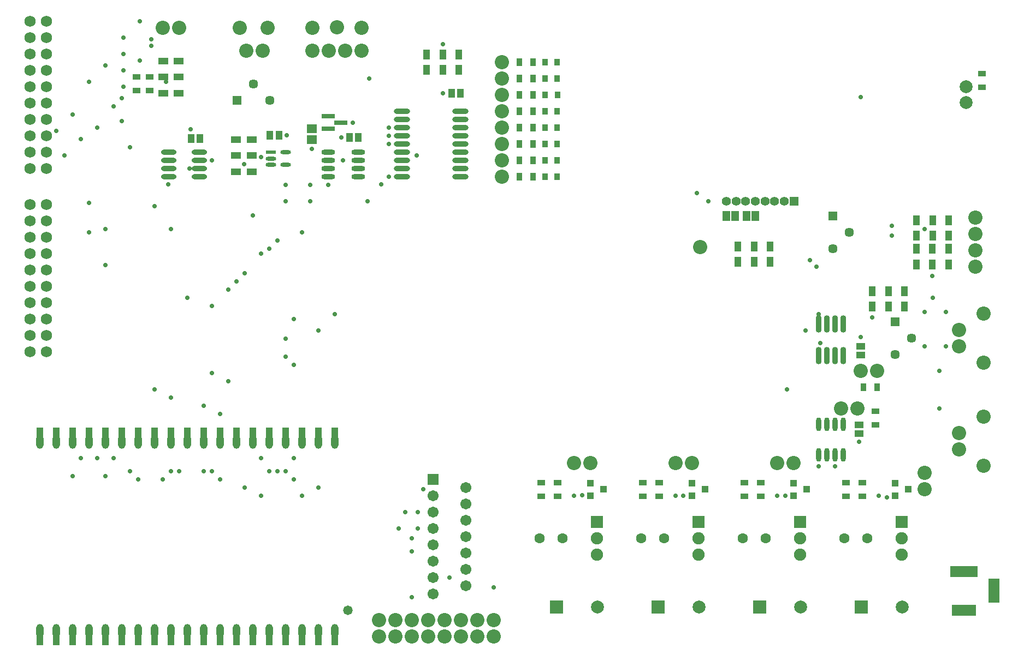
<source format=gts>
G04*
G04 #@! TF.GenerationSoftware,Altium Limited,Altium Designer,23.4.1 (23)*
G04*
G04 Layer_Color=8388736*
%FSLAX26Y26*%
%MOIN*%
G70*
G04*
G04 #@! TF.SameCoordinates,7CE1F54E-F9D9-4D57-B496-837467B0791C*
G04*
G04*
G04 #@! TF.FilePolarity,Negative*
G04*
G01*
G75*
%ADD19R,0.039370X0.062992*%
%ADD23R,0.047244X0.035433*%
%ADD24R,0.035433X0.047244*%
%ADD25R,0.053394X0.043490*%
%ADD27R,0.035433X0.043307*%
%ADD29R,0.062992X0.039370*%
%ADD30R,0.043490X0.053394*%
G04:AMPARAMS|DCode=32|XSize=64.499mil|YSize=24.329mil|CornerRadius=12.165mil|HoleSize=0mil|Usage=FLASHONLY|Rotation=0.000|XOffset=0mil|YOffset=0mil|HoleType=Round|Shape=RoundedRectangle|*
%AMROUNDEDRECTD32*
21,1,0.064499,0.000000,0,0,0.0*
21,1,0.040170,0.024329,0,0,0.0*
1,1,0.024329,0.020085,0.000000*
1,1,0.024329,-0.020085,0.000000*
1,1,0.024329,-0.020085,0.000000*
1,1,0.024329,0.020085,0.000000*
%
%ADD32ROUNDEDRECTD32*%
%ADD33R,0.064499X0.024329*%
%ADD37O,0.098551X0.031622*%
%ADD38O,0.035559X0.106425*%
%ADD39O,0.031622X0.082803*%
%ADD40R,0.043433X0.039496*%
%ADD41R,0.051307X0.061150*%
%ADD42O,0.082803X0.031622*%
%ADD43R,0.063118X0.055244*%
%ADD44O,0.094614X0.031622*%
%ADD45R,0.078866X0.031622*%
%ADD46C,0.078866*%
%ADD47R,0.055244X0.055244*%
%ADD48C,0.055244*%
%ADD49C,0.067055*%
%ADD50R,0.067055X0.067055*%
%ADD51O,0.045402X0.086740*%
%ADD52R,0.043433X0.067055*%
%ADD53C,0.086740*%
%ADD54C,0.068000*%
%ADD55R,0.078866X0.078866*%
%ADD56C,0.057213*%
%ADD57R,0.057213X0.057213*%
%ADD58R,0.074929X0.074929*%
%ADD59C,0.074929*%
%ADD60C,0.063118*%
%ADD61R,0.165480X0.067055*%
%ADD62R,0.145795X0.067055*%
%ADD63R,0.067055X0.145795*%
%ADD64R,0.057213X0.057213*%
%ADD65C,0.028000*%
%ADD66C,0.058000*%
D19*
X3501575Y4602756D02*
D03*
X3600000D02*
D03*
X3698425D02*
D03*
X3501575Y4697244D02*
D03*
X3600000D02*
D03*
X3698425D02*
D03*
X6418425Y3252244D02*
D03*
X6320000D02*
D03*
X6221575D02*
D03*
X6418425Y3157756D02*
D03*
X6320000D02*
D03*
X6221575D02*
D03*
X6491575Y3590512D02*
D03*
X6590000D02*
D03*
X6688425D02*
D03*
X6491575Y3685000D02*
D03*
X6590000D02*
D03*
X6688425D02*
D03*
X6490000Y3415000D02*
D03*
X6588425D02*
D03*
X6686850D02*
D03*
X6490000Y3509488D02*
D03*
X6588425D02*
D03*
X6686850D02*
D03*
X5401575Y3430000D02*
D03*
X5500000D02*
D03*
X5598425D02*
D03*
X5401575Y3524488D02*
D03*
X5500000D02*
D03*
X5598425D02*
D03*
D23*
X6240000Y2517677D02*
D03*
Y2435000D02*
D03*
X6160000Y1998661D02*
D03*
Y2081339D02*
D03*
X6060000Y1998661D02*
D03*
Y2081339D02*
D03*
X5540000Y1998661D02*
D03*
Y2081339D02*
D03*
X5440000Y1998661D02*
D03*
Y2081339D02*
D03*
X4200000Y1998661D02*
D03*
Y2081339D02*
D03*
X4300000Y1998661D02*
D03*
Y2081339D02*
D03*
X4820000Y1998661D02*
D03*
Y2081339D02*
D03*
X4920000Y1998661D02*
D03*
Y2081339D02*
D03*
X6890000Y4498661D02*
D03*
Y4581339D02*
D03*
X1810000Y4560000D02*
D03*
Y4477323D02*
D03*
X1730000Y4560000D02*
D03*
Y4477323D02*
D03*
D24*
X6168661Y2665000D02*
D03*
X6251339D02*
D03*
X4151339Y3950000D02*
D03*
X4068661D02*
D03*
X4151339Y4050000D02*
D03*
X4068661D02*
D03*
X4151339Y4550000D02*
D03*
X4068661D02*
D03*
X4151339Y4650000D02*
D03*
X4068661D02*
D03*
X4151339Y4450000D02*
D03*
X4068661D02*
D03*
X4150000Y4350000D02*
D03*
X4067323D02*
D03*
X4151339Y4150000D02*
D03*
X4068661D02*
D03*
X4151339Y4250000D02*
D03*
X4068661D02*
D03*
D25*
X6140000Y2435000D02*
D03*
Y2379427D02*
D03*
X6150000Y2859427D02*
D03*
Y2915000D02*
D03*
D27*
X4300000Y4450000D02*
D03*
X4225197D02*
D03*
X4297402Y3950000D02*
D03*
X4222598D02*
D03*
X4297402Y4050000D02*
D03*
X4222598D02*
D03*
X4297402Y4550000D02*
D03*
X4222598D02*
D03*
X4297402Y4350000D02*
D03*
X4222598D02*
D03*
X4297402Y4150000D02*
D03*
X4222598D02*
D03*
X4297402Y4650000D02*
D03*
X4222598D02*
D03*
X4297402Y4250000D02*
D03*
X4222598D02*
D03*
D29*
X2432244Y3981575D02*
D03*
Y4080000D02*
D03*
Y4178425D02*
D03*
X2337756Y3981575D02*
D03*
Y4080000D02*
D03*
Y4178425D02*
D03*
X1892756Y4658425D02*
D03*
Y4560000D02*
D03*
Y4461575D02*
D03*
X1987244Y4658425D02*
D03*
Y4560000D02*
D03*
Y4461575D02*
D03*
D30*
X2545000Y4205000D02*
D03*
X2600573D02*
D03*
X2117787Y4185000D02*
D03*
X2062213D02*
D03*
X3085000Y4190000D02*
D03*
X3029427D02*
D03*
X3707787Y4460000D02*
D03*
X3652213D02*
D03*
D32*
X2641828Y4100000D02*
D03*
Y4025197D02*
D03*
X2550000D02*
D03*
Y4062598D02*
D03*
D33*
Y4100000D02*
D03*
D37*
X3708268Y3950000D02*
D03*
Y4000000D02*
D03*
Y4050000D02*
D03*
Y4100000D02*
D03*
Y4150000D02*
D03*
Y4200000D02*
D03*
Y4250000D02*
D03*
Y4300000D02*
D03*
Y4350000D02*
D03*
X3350000Y3950000D02*
D03*
Y4000000D02*
D03*
Y4050000D02*
D03*
Y4100000D02*
D03*
Y4150000D02*
D03*
Y4200000D02*
D03*
Y4250000D02*
D03*
Y4300000D02*
D03*
Y4350000D02*
D03*
D38*
X5895000Y2858543D02*
D03*
X5945000D02*
D03*
X5995000D02*
D03*
X6045000D02*
D03*
X5895000Y3051457D02*
D03*
X5945000D02*
D03*
X5995000D02*
D03*
X6045000D02*
D03*
D39*
Y2437520D02*
D03*
X5995000D02*
D03*
X5945000D02*
D03*
X5895000D02*
D03*
X6045000Y2252480D02*
D03*
X5995000D02*
D03*
X5945000D02*
D03*
X5895000D02*
D03*
D40*
X6439370Y2040000D02*
D03*
X6360630Y2002599D02*
D03*
Y2077402D02*
D03*
X5819370Y2040000D02*
D03*
X5740630Y2002599D02*
D03*
Y2077402D02*
D03*
X5199370Y2040000D02*
D03*
X5120630Y2002599D02*
D03*
Y2077402D02*
D03*
X4579370Y2040000D02*
D03*
X4500630Y2002599D02*
D03*
Y2077402D02*
D03*
D41*
X5330000Y3710000D02*
D03*
X5385118D02*
D03*
X5452441D02*
D03*
X5507559D02*
D03*
D42*
X3085039Y3950000D02*
D03*
Y4000000D02*
D03*
Y4050000D02*
D03*
Y4100000D02*
D03*
X2900000Y3950000D02*
D03*
Y4000000D02*
D03*
Y4050000D02*
D03*
Y4100000D02*
D03*
D43*
X2800000Y4245000D02*
D03*
Y4178071D02*
D03*
D44*
X2114488Y3950000D02*
D03*
Y4000000D02*
D03*
Y4050000D02*
D03*
Y4100000D02*
D03*
X1925512Y3950000D02*
D03*
Y4000000D02*
D03*
Y4050000D02*
D03*
Y4100000D02*
D03*
D45*
X2900000Y4320000D02*
D03*
Y4245197D02*
D03*
X2978740Y4282598D02*
D03*
D46*
X6792598Y4502362D02*
D03*
Y4403937D02*
D03*
X6405000Y1320000D02*
D03*
X4545000D02*
D03*
X5785000D02*
D03*
X5165000D02*
D03*
D47*
X5743386Y3800000D02*
D03*
D48*
X5684331D02*
D03*
X5625276D02*
D03*
X5566221D02*
D03*
X5330000D02*
D03*
X5389055D02*
D03*
X5448110D02*
D03*
X5507165D02*
D03*
D49*
X3540000Y1400000D02*
D03*
X3740000Y1450000D02*
D03*
X3540000Y1500000D02*
D03*
X3740000Y1550000D02*
D03*
X3540000Y1600000D02*
D03*
X3740000Y1650000D02*
D03*
X3540000Y1700000D02*
D03*
X3740000Y1750000D02*
D03*
X3540000Y1800000D02*
D03*
X3740000Y1850000D02*
D03*
X3540000Y1900000D02*
D03*
X3740000Y1950000D02*
D03*
X3540000Y2000000D02*
D03*
X3740000Y2050000D02*
D03*
D50*
X3540000Y2100000D02*
D03*
D51*
X1440000Y2330000D02*
D03*
X1540000D02*
D03*
X1640000D02*
D03*
X1740000D02*
D03*
X1840000D02*
D03*
X1940000D02*
D03*
X2040000D02*
D03*
X2140000D02*
D03*
X2240000D02*
D03*
X2340000D02*
D03*
X2440000D02*
D03*
X2540000D02*
D03*
X2640000D02*
D03*
X2740000D02*
D03*
X2840000D02*
D03*
X2940000D02*
D03*
X1140000D02*
D03*
X1240000D02*
D03*
X1340000D02*
D03*
Y1173858D02*
D03*
X1240000D02*
D03*
X1140000D02*
D03*
X2940000D02*
D03*
X2840000D02*
D03*
X2740000D02*
D03*
X2640000D02*
D03*
X2540000D02*
D03*
X2440000D02*
D03*
X2340000D02*
D03*
X2240000D02*
D03*
X2140000D02*
D03*
X2040000D02*
D03*
X1940000D02*
D03*
X1840000D02*
D03*
X1740000D02*
D03*
X1640000D02*
D03*
X1540000D02*
D03*
X1440000D02*
D03*
D52*
Y2383150D02*
D03*
X1540000D02*
D03*
X1640000D02*
D03*
X1740000D02*
D03*
X1840000D02*
D03*
X1940000D02*
D03*
X2040000D02*
D03*
X2140000D02*
D03*
X2240000D02*
D03*
X2340000D02*
D03*
X2440000D02*
D03*
X2540000D02*
D03*
X2640000D02*
D03*
X2740000D02*
D03*
X2840000D02*
D03*
X2940000D02*
D03*
X1140000D02*
D03*
X1240000D02*
D03*
X1340000D02*
D03*
Y1120709D02*
D03*
X1240000D02*
D03*
X1140000D02*
D03*
X2940000D02*
D03*
X2840000D02*
D03*
X2740000D02*
D03*
X2640000D02*
D03*
X2540000D02*
D03*
X2440000D02*
D03*
X2340000D02*
D03*
X2240000D02*
D03*
X2140000D02*
D03*
X2040000D02*
D03*
X1940000D02*
D03*
X1840000D02*
D03*
X1740000D02*
D03*
X1640000D02*
D03*
X1540000D02*
D03*
X1440000D02*
D03*
D53*
X3910000Y1240000D02*
D03*
X3810000D02*
D03*
X3710000D02*
D03*
X3610000D02*
D03*
X3510000D02*
D03*
X3410000D02*
D03*
X3310000D02*
D03*
X3210000D02*
D03*
X3910000Y1140000D02*
D03*
X3810000D02*
D03*
X3710000D02*
D03*
X3610000D02*
D03*
X3510000D02*
D03*
X3410000D02*
D03*
X3310000D02*
D03*
X3210000D02*
D03*
X6900000Y2815000D02*
D03*
X6750000Y3015000D02*
D03*
Y2915000D02*
D03*
X6900000Y3115000D02*
D03*
Y2485000D02*
D03*
Y2185000D02*
D03*
X6250000Y2765000D02*
D03*
X6150000D02*
D03*
X6030000Y2535000D02*
D03*
X6130000D02*
D03*
X6750000Y2285000D02*
D03*
Y2385000D02*
D03*
X6850000Y3400000D02*
D03*
Y3500000D02*
D03*
Y3600000D02*
D03*
Y3700000D02*
D03*
X6540000Y2140000D02*
D03*
Y2040000D02*
D03*
X5740000Y2200000D02*
D03*
X5640000D02*
D03*
X5120000D02*
D03*
X5020000D02*
D03*
X4500000D02*
D03*
X4400000D02*
D03*
X2530000Y4860000D02*
D03*
X3960000Y4250000D02*
D03*
Y4650000D02*
D03*
Y4550000D02*
D03*
Y4450000D02*
D03*
Y4350000D02*
D03*
Y4150000D02*
D03*
Y4050000D02*
D03*
Y3950000D02*
D03*
X5170000Y3520000D02*
D03*
X2805000Y4720000D02*
D03*
X2905000D02*
D03*
X3005000D02*
D03*
X3105000D02*
D03*
X2805000Y4860000D02*
D03*
X3105000D02*
D03*
X2400000Y4720000D02*
D03*
X2500000D02*
D03*
X2360000Y4860000D02*
D03*
X2955000Y4865000D02*
D03*
X1890000Y4860000D02*
D03*
X1990000D02*
D03*
D54*
X1180000Y4000000D02*
D03*
Y4100000D02*
D03*
Y4200000D02*
D03*
Y4300000D02*
D03*
Y4400000D02*
D03*
Y4500000D02*
D03*
Y4600000D02*
D03*
Y4700000D02*
D03*
Y4800000D02*
D03*
Y4900000D02*
D03*
X1080000D02*
D03*
Y4800000D02*
D03*
Y4700000D02*
D03*
Y4600000D02*
D03*
Y4500000D02*
D03*
Y4400000D02*
D03*
Y4300000D02*
D03*
Y4200000D02*
D03*
Y4100000D02*
D03*
Y4000000D02*
D03*
X1180000Y2880000D02*
D03*
Y2980000D02*
D03*
Y3080000D02*
D03*
Y3180000D02*
D03*
Y3280000D02*
D03*
Y3380000D02*
D03*
Y3480000D02*
D03*
Y3580000D02*
D03*
Y3680000D02*
D03*
Y3780000D02*
D03*
X1080000D02*
D03*
Y3680000D02*
D03*
Y3580000D02*
D03*
Y3480000D02*
D03*
Y3380000D02*
D03*
Y3280000D02*
D03*
Y3180000D02*
D03*
Y3080000D02*
D03*
Y2980000D02*
D03*
Y2880000D02*
D03*
D55*
X6155000Y1320000D02*
D03*
X4295000D02*
D03*
X5535000D02*
D03*
X4915000D02*
D03*
D56*
X6361378Y2865000D02*
D03*
X6461378Y2965000D02*
D03*
X5981378Y3510000D02*
D03*
X6081378Y3610000D02*
D03*
X2545000Y4416378D02*
D03*
X2445000Y4516378D02*
D03*
D57*
X6361378Y3065000D02*
D03*
X5981378Y3710000D02*
D03*
D58*
X5160000Y1840000D02*
D03*
X5780000D02*
D03*
X6400000D02*
D03*
X4540000D02*
D03*
D59*
X5160000Y1740000D02*
D03*
Y1640000D02*
D03*
X5780000Y1740000D02*
D03*
Y1640000D02*
D03*
X6400000Y1740000D02*
D03*
Y1640000D02*
D03*
X4540000Y1740000D02*
D03*
Y1640000D02*
D03*
D60*
X5568898Y1740000D02*
D03*
X5431102D02*
D03*
X6188898D02*
D03*
X6051102D02*
D03*
X4328898D02*
D03*
X4191102D02*
D03*
X4948898D02*
D03*
X4811102D02*
D03*
D61*
X6780000Y1538110D02*
D03*
D62*
Y1301890D02*
D03*
D63*
X6965039Y1420000D02*
D03*
D64*
X2345000Y4416378D02*
D03*
D65*
X3600000Y4760000D02*
D03*
X3140000Y3800000D02*
D03*
X3224000Y3904000D02*
D03*
X3440000Y4080000D02*
D03*
X2441152Y3712950D02*
D03*
X5995000Y2180000D02*
D03*
X5895000D02*
D03*
X2190000Y4050000D02*
D03*
X3270000Y3950000D02*
D03*
Y4150000D02*
D03*
Y4200000D02*
D03*
Y4250000D02*
D03*
X3150000Y4550000D02*
D03*
X2900000Y3900000D02*
D03*
X3050000Y4280000D02*
D03*
X6220000Y3090000D02*
D03*
X6150000Y2970000D02*
D03*
X2800000Y4120000D02*
D03*
X6540000Y3630000D02*
D03*
X6310000Y1990000D02*
D03*
X5690000Y2000000D02*
D03*
X5066596Y2002510D02*
D03*
X4449107Y2002775D02*
D03*
X6140000Y2330000D02*
D03*
X3600000Y4460000D02*
D03*
X2980000Y4190000D02*
D03*
X2647033Y4202967D02*
D03*
X2060000Y4240000D02*
D03*
X1440000Y3790000D02*
D03*
X1840000Y3770000D02*
D03*
X2990000Y4050000D02*
D03*
X3910000Y1440000D02*
D03*
X2640000Y2850000D02*
D03*
X5840000Y3440000D02*
D03*
X5880000Y3400000D02*
D03*
X6340000Y3590512D02*
D03*
Y3650000D02*
D03*
X2690000Y2800000D02*
D03*
X2190000Y2750000D02*
D03*
X2290000Y2700000D02*
D03*
X6586786Y3344971D02*
D03*
X6590000Y3210000D02*
D03*
X1840000Y2650000D02*
D03*
X2140000Y2550000D02*
D03*
X1940000Y2600000D02*
D03*
X2240000Y2500000D02*
D03*
X2940000Y3110000D02*
D03*
X2640000Y2960000D02*
D03*
X2840000Y3010000D02*
D03*
X5700000Y2650000D02*
D03*
X2640000Y2150000D02*
D03*
X2590000D02*
D03*
X2740000Y2000000D02*
D03*
X2490000D02*
D03*
X2840000Y2050000D02*
D03*
X2540000Y2150000D02*
D03*
X2190000D02*
D03*
X2140000D02*
D03*
X1990000D02*
D03*
X1940000D02*
D03*
X1690000D02*
D03*
X2390000Y2050000D02*
D03*
X2690000Y2100000D02*
D03*
X2240000D02*
D03*
X1540000Y2120000D02*
D03*
X1740000Y2100000D02*
D03*
X1890000D02*
D03*
X2690000Y2230000D02*
D03*
Y3080000D02*
D03*
X2590000Y3560000D02*
D03*
X2490000Y2230000D02*
D03*
Y3480000D02*
D03*
X2390000Y3360000D02*
D03*
X2290000Y3260000D02*
D03*
X2190000Y3160000D02*
D03*
X2040000Y3210000D02*
D03*
X1750000Y4900000D02*
D03*
Y4660000D02*
D03*
X1640000Y4290000D02*
D03*
X1925000Y3905000D02*
D03*
X1940000Y3630000D02*
D03*
X1820000Y4790000D02*
D03*
Y4750000D02*
D03*
X1540000Y3630000D02*
D03*
Y4630000D02*
D03*
X1690000Y4130000D02*
D03*
X1640000Y4430000D02*
D03*
X5150000Y3850000D02*
D03*
X1340000Y2120000D02*
D03*
X1650000Y4800000D02*
D03*
Y4700000D02*
D03*
Y4600000D02*
D03*
Y4500000D02*
D03*
X1590000Y2230000D02*
D03*
Y4380000D02*
D03*
X1490000Y2230000D02*
D03*
Y4250000D02*
D03*
X1240000Y4230000D02*
D03*
X1440000Y3610000D02*
D03*
X1390000Y2230000D02*
D03*
Y4180000D02*
D03*
X1290000Y4080000D02*
D03*
X1440000Y4530000D02*
D03*
X1340000Y4330000D02*
D03*
X3642000Y1500000D02*
D03*
X3446000Y1800000D02*
D03*
Y1900000D02*
D03*
X3480000Y2040000D02*
D03*
X3410000Y1380000D02*
D03*
Y1660000D02*
D03*
Y1740000D02*
D03*
X3330000Y1800000D02*
D03*
X3370000Y1900000D02*
D03*
X1540000Y3410000D02*
D03*
X2340000Y3310000D02*
D03*
X2540000Y3510000D02*
D03*
X2740000Y3610000D02*
D03*
X6670000Y3125000D02*
D03*
X6540000Y2915000D02*
D03*
X6670000D02*
D03*
X6540000Y3125000D02*
D03*
X5904576Y2935000D02*
D03*
X6630000Y2765000D02*
D03*
Y2535000D02*
D03*
X5895000Y3109745D02*
D03*
X5815000Y3010000D02*
D03*
X5020000Y2000000D02*
D03*
X6260000D02*
D03*
X5640000D02*
D03*
X4400000D02*
D03*
X6149794Y4436884D02*
D03*
X2055255Y4000000D02*
D03*
X1910000Y4530000D02*
D03*
X5220000Y3800000D02*
D03*
X2490000Y4070000D02*
D03*
X2385941Y4026648D02*
D03*
X2640000Y3800000D02*
D03*
X2790000D02*
D03*
Y3900000D02*
D03*
X2641716Y3901109D02*
D03*
D66*
X3020000Y1300000D02*
D03*
M02*

</source>
